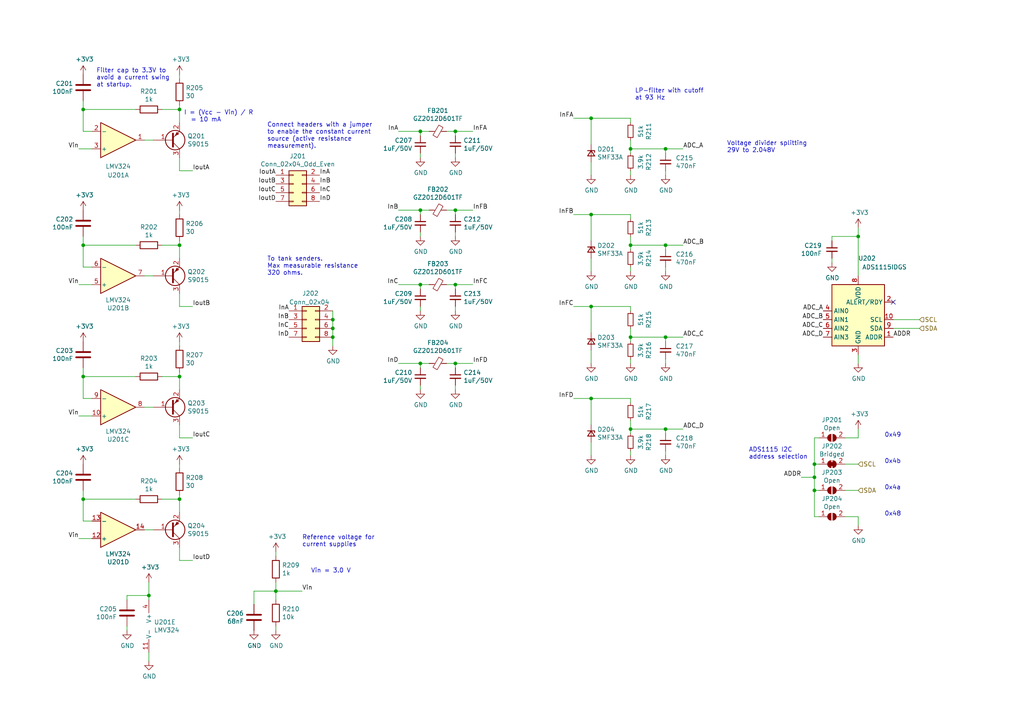
<source format=kicad_sch>
(kicad_sch (version 20211123) (generator eeschema)
  (paper "A4")
  (title_block (title "Engine Top Hat for SH-ESP32") (date "2022-02-03") (rev "1.0.0") (company "Hat Labs Ltd") (comment 1 "https://creativecommons.org/licenses/by/4.0") (comment 2 "To view a copy of this license, visit ") (comment 3 "This design is licensed under CC BY 4.0."))
  (lib_symbols
    (symbol "Amplifier_Operational:LMV324" (pin_names (offset 0.127))
      (property "Reference" "U" (at 0 5.08 0))
      (property "Value" "LMV324" (at 0 -5.08 0))
      (symbol "LMV324_1_1"
        (polyline (pts (xy -5.08 5.08) (xy 5.08 0) (xy -5.08 -5.08) (xy -5.08 5.08)) (stroke (width 0.254)) (fill (type background)))
        (pin output line (at 7.62 0 180) (length 2.54) (name "~") (number "1"))
        (pin input line (at -7.62 -2.54 0) (length 2.54) (name "-") (number "2"))
        (pin input line (at -7.62 2.54 0) (length 2.54) (name "+") (number "3"))
      )
      (symbol "LMV324_2_1"
        (polyline (pts (xy -5.08 5.08) (xy 5.08 0) (xy -5.08 -5.08) (xy -5.08 5.08)) (stroke (width 0.254)) (fill (type background)))
        (pin input line (at -7.62 2.54 0) (length 2.54) (name "+") (number "5"))
        (pin input line (at -7.62 -2.54 0) (length 2.54) (name "-") (number "6"))
        (pin output line (at 7.62 0 180) (length 2.54) (name "~") (number "7"))
      )
      (symbol "LMV324_3_1"
        (polyline (pts (xy -5.08 5.08) (xy 5.08 0) (xy -5.08 -5.08) (xy -5.08 5.08)) (stroke (width 0.254)) (fill (type background)))
        (pin input line (at -7.62 2.54 0) (length 2.54) (name "+") (number "10"))
        (pin output line (at 7.62 0 180) (length 2.54) (name "~") (number "8"))
        (pin input line (at -7.62 -2.54 0) (length 2.54) (name "-") (number "9"))
      )
      (symbol "LMV324_4_1"
        (polyline (pts (xy -5.08 5.08) (xy 5.08 0) (xy -5.08 -5.08) (xy -5.08 5.08)) (stroke (width 0.254)) (fill (type background)))
        (pin input line (at -7.62 2.54 0) (length 2.54) (name "+") (number "12"))
        (pin input line (at -7.62 -2.54 0) (length 2.54) (name "-") (number "13"))
        (pin output line (at 7.62 0 180) (length 2.54) (name "~") (number "14"))
      )
      (symbol "LMV324_5_1"
        (pin power_in line (at -2.54 -7.62 90) (length 3.81) (name "V-") (number "11"))
        (pin power_in line (at -2.54 7.62 270) (length 3.81) (name "V+") (number "4"))
      )
    )
    (symbol "Analog_ADC:ADS1115IDGS"
      (property "Reference" "U" (at 2.54 13.97 0))
      (property "Value" "ADS1115IDGS" (at 7.62 11.43 0))
      (symbol "ADS1115IDGS_0_1"
        (rectangle (start -7.62 10.16) (end 7.62 -7.62) (stroke (width 0.254)) (fill (type background)))
      )
      (symbol "ADS1115IDGS_1_1"
        (pin input line (at 10.16 -5.08 180) (length 2.54) (name "ADDR") (number "1"))
        (pin input line (at 10.16 0 180) (length 2.54) (name "SCL") (number "10"))
        (pin output line (at 10.16 5.08 180) (length 2.54) (name "ALERT/RDY") (number "2"))
        (pin power_in line (at 0 -10.16 90) (length 2.54) (name "GND") (number "3"))
        (pin input line (at -10.16 2.54 0) (length 2.54) (name "AIN0") (number "4"))
        (pin input line (at -10.16 0 0) (length 2.54) (name "AIN1") (number "5"))
        (pin input line (at -10.16 -2.54 0) (length 2.54) (name "AIN2") (number "6"))
        (pin input line (at -10.16 -5.08 0) (length 2.54) (name "AIN3") (number "7"))
        (pin power_in line (at 0 12.7 270) (length 2.54) (name "VDD") (number "8"))
        (pin bidirectional line (at 10.16 -2.54 180) (length 2.54) (name "SDA") (number "9"))
      )
    )
    (symbol "Connector_Generic:Conn_02x04_Odd_Even" (pin_names (offset 1.016) hide)
      (property "Reference" "J" (at 1.27 5.08 0))
      (property "Value" "Conn_02x04_Odd_Even" (at 1.27 -7.62 0))
      (symbol "Conn_02x04_Odd_Even_1_1"
        (rectangle (start -1.27 -4.953) (end 0 -5.207) (stroke (width 0.1524)))
        (rectangle (start -1.27 -2.413) (end 0 -2.667) (stroke (width 0.1524)))
        (rectangle (start -1.27 0.127) (end 0 -0.127) (stroke (width 0.1524)))
        (rectangle (start -1.27 2.667) (end 0 2.413) (stroke (width 0.1524)))
        (rectangle (start -1.27 3.81) (end 3.81 -6.35) (stroke (width 0.254)) (fill (type background)))
        (rectangle (start 3.81 -4.953) (end 2.54 -5.207) (stroke (width 0.1524)))
        (rectangle (start 3.81 -2.413) (end 2.54 -2.667) (stroke (width 0.1524)))
        (rectangle (start 3.81 0.127) (end 2.54 -0.127) (stroke (width 0.1524)))
        (rectangle (start 3.81 2.667) (end 2.54 2.413) (stroke (width 0.1524)))
        (pin passive line (at -5.08 2.54 0) (length 3.81) (name "Pin_1") (number "1"))
        (pin passive line (at 7.62 2.54 180) (length 3.81) (name "Pin_2") (number "2"))
        (pin passive line (at -5.08 0 0) (length 3.81) (name "Pin_3") (number "3"))
        (pin passive line (at 7.62 0 180) (length 3.81) (name "Pin_4") (number "4"))
        (pin passive line (at -5.08 -2.54 0) (length 3.81) (name "Pin_5") (number "5"))
        (pin passive line (at 7.62 -2.54 180) (length 3.81) (name "Pin_6") (number "6"))
        (pin passive line (at -5.08 -5.08 0) (length 3.81) (name "Pin_7") (number "7"))
        (pin passive line (at 7.62 -5.08 180) (length 3.81) (name "Pin_8") (number "8"))
      )
    )
    (symbol "Device:C" (pin_numbers hide) (pin_names (offset 0.254))
      (property "Reference" "C" (at 0.635 2.54 0))
      (property "Value" "C" (at 0.635 -2.54 0))
      (symbol "C_0_1"
        (polyline (pts (xy -2.032 -0.762) (xy 2.032 -0.762)) (stroke (width 0.508)))
        (polyline (pts (xy -2.032 0.762) (xy 2.032 0.762)) (stroke (width 0.508)))
      )
      (symbol "C_1_1"
        (pin passive line (at 0 3.81 270) (length 2.794) (name "~") (number "1"))
        (pin passive line (at 0 -3.81 90) (length 2.794) (name "~") (number "2"))
      )
    )
    (symbol "Device:C_Small" (pin_numbers hide) (pin_names (offset 0.254) hide)
      (property "Reference" "C" (at 0.254 1.778 0))
      (property "Value" "C_Small" (at 0.254 -2.032 0))
      (symbol "C_Small_0_1"
        (polyline (pts (xy -1.524 -0.508) (xy 1.524 -0.508)) (stroke (width 0.3302)))
        (polyline (pts (xy -1.524 0.508) (xy 1.524 0.508)) (stroke (width 0.3048)))
      )
      (symbol "C_Small_1_1"
        (pin passive line (at 0 2.54 270) (length 2.032) (name "~") (number "1"))
        (pin passive line (at 0 -2.54 90) (length 2.032) (name "~") (number "2"))
      )
    )
    (symbol "Device:D_Zener_Small" (pin_numbers hide) (pin_names (offset 0.254) hide)
      (property "Reference" "D" (at 0 2.286 0))
      (property "Value" "D_Zener_Small" (at 0 -2.286 0))
      (symbol "D_Zener_Small_0_1"
        (polyline (pts (xy 0.762 0) (xy -0.762 0)))
        (polyline (pts (xy -0.254 1.016) (xy -0.762 1.016) (xy -0.762 -1.016)) (stroke (width 0.254)))
        (polyline (pts (xy 0.762 1.016) (xy -0.762 0) (xy 0.762 -1.016) (xy 0.762 1.016)) (stroke (width 0.254)))
      )
      (symbol "D_Zener_Small_1_1"
        (pin passive line (at -2.54 0 0) (length 1.778) (name "K") (number "1"))
        (pin passive line (at 2.54 0 180) (length 1.778) (name "A") (number "2"))
      )
    )
    (symbol "Device:FerriteBead_Small" (pin_numbers hide) (pin_names (offset 0))
      (property "Reference" "FB" (at 1.905 1.27 0))
      (property "Value" "FerriteBead_Small" (at 1.905 -1.27 0))
      (symbol "FerriteBead_Small_0_1"
        (polyline (pts (xy 0 -1.27) (xy 0 -0.7874)))
        (polyline (pts (xy 0 0.889) (xy 0 1.2954)))
        (polyline (pts (xy -1.8288 0.2794) (xy -1.1176 1.4986) (xy 1.8288 -0.2032) (xy 1.1176 -1.4224) (xy -1.8288 0.2794)))
      )
      (symbol "FerriteBead_Small_1_1"
        (pin passive line (at 0 2.54 270) (length 1.27) (name "~") (number "1"))
        (pin passive line (at 0 -2.54 90) (length 1.27) (name "~") (number "2"))
      )
    )
    (symbol "Device:Q_PNP_BEC" (pin_names (offset 0) hide)
      (property "Reference" "Q" (at 5.08 1.27 0))
      (property "Value" "Q_PNP_BEC" (at 5.08 -1.27 0))
      (symbol "Q_PNP_BEC_0_1"
        (polyline (pts (xy 0.635 0.635) (xy 2.54 2.54)))
        (polyline (pts (xy 0.635 -0.635) (xy 2.54 -2.54) (xy 2.54 -2.54)))
        (polyline (pts (xy 0.635 1.905) (xy 0.635 -1.905) (xy 0.635 -1.905)) (stroke (width 0.508)))
        (polyline (pts (xy 2.286 -1.778) (xy 1.778 -2.286) (xy 1.27 -1.27) (xy 2.286 -1.778) (xy 2.286 -1.778)) (fill (type outline)))
        (circle (center 1.27 0) (radius 2.8194) (stroke (width 0.254)))
      )
      (symbol "Q_PNP_BEC_1_1"
        (pin input line (at -5.08 0 0) (length 5.715) (name "B") (number "1"))
        (pin passive line (at 2.54 -5.08 90) (length 2.54) (name "E") (number "2"))
        (pin passive line (at 2.54 5.08 270) (length 2.54) (name "C") (number "3"))
      )
    )
    (symbol "Device:R" (pin_numbers hide) (pin_names (offset 0))
      (property "Reference" "R" (at 2.032 0 90))
      (property "Value" "R" (at 0 0 90))
      (symbol "R_0_1"
        (rectangle (start -1.016 -2.54) (end 1.016 2.54) (stroke (width 0.254)))
      )
      (symbol "R_1_1"
        (pin passive line (at 0 3.81 270) (length 1.27) (name "~") (number "1"))
        (pin passive line (at 0 -3.81 90) (length 1.27) (name "~") (number "2"))
      )
    )
    (symbol "Device:R_Small" (pin_numbers hide) (pin_names (offset 0.254) hide)
      (property "Reference" "R" (at 0.762 0.508 0))
      (property "Value" "R_Small" (at 0.762 -1.016 0))
      (symbol "R_Small_0_1"
        (rectangle (start -0.762 1.778) (end 0.762 -1.778) (stroke (width 0.2032)))
      )
      (symbol "R_Small_1_1"
        (pin passive line (at 0 2.54 270) (length 0.762) (name "~") (number "1"))
        (pin passive line (at 0 -2.54 90) (length 0.762) (name "~") (number "2"))
      )
    )
    (symbol "Jumper:SolderJumper_2_Bridged" (pin_names (offset 0) hide)
      (property "Reference" "JP" (at 0 2.032 0))
      (property "Value" "SolderJumper_2_Bridged" (at 0 -2.54 0))
      (symbol "SolderJumper_2_Bridged_0_1"
        (rectangle (start -0.508 0.508) (end 0.508 -0.508) (fill (type outline)))
        (arc (start -0.254 1.016) (mid -1.27 0) (end -0.254 -1.016))
        (arc (start -0.254 1.016) (mid -1.27 0) (end -0.254 -1.016) (fill (type outline)))
        (polyline (pts (xy -0.254 1.016) (xy -0.254 -1.016)))
        (polyline (pts (xy 0.254 1.016) (xy 0.254 -1.016)))
        (arc (start 0.254 -1.016) (mid 1.27 0) (end 0.254 1.016))
        (arc (start 0.254 -1.016) (mid 1.27 0) (end 0.254 1.016) (fill (type outline)))
      )
      (symbol "SolderJumper_2_Bridged_1_1"
        (pin passive line (at -3.81 0 0) (length 2.54) (name "A") (number "1"))
        (pin passive line (at 3.81 0 180) (length 2.54) (name "B") (number "2"))
      )
    )
    (symbol "Jumper:SolderJumper_2_Open" (pin_names (offset 0) hide)
      (property "Reference" "JP" (at 0 2.032 0))
      (property "Value" "SolderJumper_2_Open" (at 0 -2.54 0))
      (symbol "SolderJumper_2_Open_0_1"
        (arc (start -0.254 1.016) (mid -1.27 0) (end -0.254 -1.016))
        (arc (start -0.254 1.016) (mid -1.27 0) (end -0.254 -1.016) (fill (type outline)))
        (polyline (pts (xy -0.254 1.016) (xy -0.254 -1.016)))
        (polyline (pts (xy 0.254 1.016) (xy 0.254 -1.016)))
        (arc (start 0.254 -1.016) (mid 1.27 0) (end 0.254 1.016))
        (arc (start 0.254 -1.016) (mid 1.27 0) (end 0.254 1.016) (fill (type outline)))
      )
      (symbol "SolderJumper_2_Open_1_1"
        (pin passive line (at -3.81 0 0) (length 2.54) (name "A") (number "1"))
        (pin passive line (at 3.81 0 180) (length 2.54) (name "B") (number "2"))
      )
    )
    (symbol "power:+3V3" (power) (pin_names (offset 0))
      (property "Value" "+3V3" (at 0 3.556 0))
      (symbol "+3V3_0_1"
        (polyline (pts (xy -0.762 1.27) (xy 0 2.54)))
        (polyline (pts (xy 0 0) (xy 0 2.54)))
        (polyline (pts (xy 0 2.54) (xy 0.762 1.27)))
      )
      (symbol "+3V3_1_1"
        (pin power_in line (at 0 0 90) (length 0) hide (name "+3V3") (number "1"))
      )
    )
    (symbol "power:GND" (power) (pin_names (offset 0))
      (property "Value" "GND" (at 0 -3.81 0))
      (symbol "GND_0_1"
        (polyline (pts (xy 0 0) (xy 0 -1.27) (xy 1.27 -1.27) (xy 0 -2.54) (xy -1.27 -1.27) (xy 0 -1.27)))
      )
      (symbol "GND_1_1"
        (pin power_in line (at 0 0 270) (length 0) hide (name "GND") (number "1"))
      )
    )
  )
  (junction (at 121.92 105.41))
  (junction (at 182.88 124.46))
  (junction (at 236.22 142.24))
  (junction (at 182.88 43.18))
  (junction (at 248.92 68.58))
  (junction (at 52.07 31.75))
  (junction (at 80.01 171.45))
  (junction (at 132.08 38.1))
  (junction (at 193.04 124.46))
  (junction (at 43.18 172.72))
  (junction (at 52.07 71.12))
  (junction (at 132.08 105.41))
  (junction (at 121.92 38.1))
  (junction (at 52.07 109.22))
  (junction (at 132.08 82.55))
  (junction (at 171.45 88.9))
  (junction (at 24.13 109.22))
  (junction (at 182.88 97.79))
  (junction (at 182.88 71.12))
  (junction (at 171.45 115.57))
  (junction (at 52.07 144.78))
  (junction (at 121.92 60.96))
  (junction (at 193.04 97.79))
  (junction (at 171.45 34.29))
  (junction (at 96.52 95.25))
  (junction (at 132.08 60.96))
  (junction (at 24.13 144.78))
  (junction (at 236.22 134.62))
  (junction (at 171.45 62.23))
  (junction (at 24.13 71.12))
  (junction (at 96.52 92.71))
  (junction (at 193.04 43.18))
  (junction (at 96.52 97.79))
  (junction (at 236.22 138.43))
  (junction (at 24.13 31.75))
  (junction (at 121.92 82.55))
  (junction (at 193.04 71.12))
  (no_connect (at 259.08 87.63))
  (wire (pts (xy 171.45 105.41) (xy 171.45 101.6)))
  (wire (pts (xy 121.92 62.23) (xy 121.92 60.96)))
  (wire (pts (xy 182.88 43.18) (xy 182.88 44.45)))
  (wire (pts (xy 259.08 95.25) (xy 266.7 95.25)))
  (wire (pts (xy 24.13 31.75) (xy 24.13 29.21)))
  (wire (pts (xy 132.08 60.96) (xy 137.16 60.96)))
  (wire (pts (xy 237.49 134.62) (xy 236.22 134.62)))
  (wire (pts (xy 115.57 60.96) (xy 121.92 60.96)))
  (wire (pts (xy 52.07 144.78) (xy 52.07 143.51)))
  (wire (pts (xy 39.37 31.75) (xy 24.13 31.75)))
  (wire (pts (xy 52.07 35.56) (xy 52.07 31.75)))
  (wire (pts (xy 115.57 38.1) (xy 121.92 38.1)))
  (wire (pts (xy 193.04 50.8) (xy 193.04 49.53)))
  (wire (pts (xy 171.45 50.8) (xy 171.45 46.99)))
  (wire (pts (xy 52.07 109.22) (xy 46.99 109.22)))
  (wire (pts (xy 132.08 83.82) (xy 132.08 82.55)))
  (wire (pts (xy 171.45 34.29) (xy 182.88 34.29)))
  (wire (pts (xy 52.07 71.12) (xy 52.07 69.85)))
  (wire (pts (xy 198.12 97.79) (xy 193.04 97.79)))
  (wire (pts (xy 24.13 71.12) (xy 24.13 77.47)))
  (wire (pts (xy 132.08 62.23) (xy 132.08 60.96)))
  (wire (pts (xy 43.18 173.99) (xy 43.18 172.72)))
  (wire (pts (xy 171.45 132.08) (xy 171.45 128.27)))
  (wire (pts (xy 237.49 149.86) (xy 236.22 149.86)))
  (wire (pts (xy 22.86 156.21) (xy 26.67 156.21)))
  (wire (pts (xy 193.04 78.74) (xy 193.04 77.47)))
  (wire (pts (xy 236.22 127) (xy 236.22 134.62)))
  (wire (pts (xy 132.08 105.41) (xy 137.16 105.41)))
  (wire (pts (xy 52.07 113.03) (xy 52.07 109.22)))
  (wire (pts (xy 193.04 105.41) (xy 193.04 104.14)))
  (wire (pts (xy 129.54 105.41) (xy 132.08 105.41)))
  (wire (pts (xy 80.01 160.02) (xy 80.01 161.29)))
  (wire (pts (xy 41.91 153.67) (xy 44.45 153.67)))
  (wire (pts (xy 193.04 125.73) (xy 193.04 124.46)))
  (wire (pts (xy 121.92 83.82) (xy 121.92 82.55)))
  (wire (pts (xy 198.12 71.12) (xy 193.04 71.12)))
  (wire (pts (xy 96.52 97.79) (xy 96.52 95.25)))
  (wire (pts (xy 41.91 80.01) (xy 44.45 80.01)))
  (wire (pts (xy 171.45 41.91) (xy 171.45 34.29)))
  (wire (pts (xy 248.92 105.41) (xy 248.92 102.87)))
  (wire (pts (xy 80.01 171.45) (xy 87.63 171.45)))
  (wire (pts (xy 166.37 115.57) (xy 171.45 115.57)))
  (wire (pts (xy 132.08 113.03) (xy 132.08 111.76)))
  (wire (pts (xy 166.37 62.23) (xy 171.45 62.23)))
  (wire (pts (xy 121.92 90.17) (xy 121.92 88.9)))
  (wire (pts (xy 121.92 106.68) (xy 121.92 105.41)))
  (wire (pts (xy 182.88 34.29) (xy 182.88 35.56)))
  (wire (pts (xy 121.92 38.1) (xy 124.46 38.1)))
  (wire (pts (xy 129.54 60.96) (xy 132.08 60.96)))
  (wire (pts (xy 236.22 142.24) (xy 236.22 149.86)))
  (wire (pts (xy 115.57 82.55) (xy 121.92 82.55)))
  (wire (pts (xy 248.92 142.24) (xy 245.11 142.24)))
  (wire (pts (xy 193.04 72.39) (xy 193.04 71.12)))
  (wire (pts (xy 36.83 173.99) (xy 36.83 172.72)))
  (wire (pts (xy 121.92 82.55) (xy 124.46 82.55)))
  (wire (pts (xy 39.37 71.12) (xy 24.13 71.12)))
  (wire (pts (xy 24.13 109.22) (xy 24.13 115.57)))
  (wire (pts (xy 182.88 121.92) (xy 182.88 124.46)))
  (wire (pts (xy 248.92 80.01) (xy 248.92 68.58)))
  (wire (pts (xy 52.07 74.93) (xy 52.07 71.12)))
  (wire (pts (xy 132.08 82.55) (xy 137.16 82.55)))
  (wire (pts (xy 36.83 182.88) (xy 36.83 181.61)))
  (wire (pts (xy 245.11 127) (xy 248.92 127)))
  (wire (pts (xy 182.88 88.9) (xy 182.88 90.17)))
  (wire (pts (xy 52.07 49.53) (xy 52.07 45.72)))
  (wire (pts (xy 52.07 144.78) (xy 46.99 144.78)))
  (wire (pts (xy 182.88 124.46) (xy 182.88 125.73)))
  (wire (pts (xy 166.37 34.29) (xy 171.45 34.29)))
  (wire (pts (xy 24.13 144.78) (xy 24.13 151.13)))
  (wire (pts (xy 115.57 105.41) (xy 121.92 105.41)))
  (wire (pts (xy 24.13 38.1) (xy 26.67 38.1)))
  (wire (pts (xy 55.88 49.53) (xy 52.07 49.53)))
  (wire (pts (xy 193.04 132.08) (xy 193.04 130.81)))
  (wire (pts (xy 182.88 50.8) (xy 182.88 49.53)))
  (wire (pts (xy 132.08 45.72) (xy 132.08 44.45)))
  (wire (pts (xy 171.45 88.9) (xy 182.88 88.9)))
  (wire (pts (xy 43.18 172.72) (xy 43.18 168.91)))
  (wire (pts (xy 198.12 43.18) (xy 193.04 43.18)))
  (wire (pts (xy 52.07 62.23) (xy 52.07 60.96)))
  (wire (pts (xy 171.45 115.57) (xy 182.88 115.57)))
  (wire (pts (xy 55.88 88.9) (xy 52.07 88.9)))
  (wire (pts (xy 41.91 40.64) (xy 44.45 40.64)))
  (wire (pts (xy 182.88 62.23) (xy 182.88 63.5)))
  (wire (pts (xy 182.88 43.18) (xy 193.04 43.18)))
  (wire (pts (xy 182.88 97.79) (xy 182.88 99.06)))
  (wire (pts (xy 22.86 82.55) (xy 26.67 82.55)))
  (wire (pts (xy 73.66 175.26) (xy 73.66 171.45)))
  (wire (pts (xy 24.13 71.12) (xy 24.13 68.58)))
  (wire (pts (xy 24.13 31.75) (xy 24.13 38.1)))
  (wire (pts (xy 182.88 71.12) (xy 182.88 72.39)))
  (wire (pts (xy 132.08 39.37) (xy 132.08 38.1)))
  (wire (pts (xy 248.92 127) (xy 248.92 124.46)))
  (wire (pts (xy 132.08 38.1) (xy 137.16 38.1)))
  (wire (pts (xy 121.92 39.37) (xy 121.92 38.1)))
  (wire (pts (xy 245.11 134.62) (xy 248.92 134.62)))
  (wire (pts (xy 182.88 68.58) (xy 182.88 71.12)))
  (wire (pts (xy 248.92 152.4) (xy 248.92 149.86)))
  (wire (pts (xy 121.92 60.96) (xy 124.46 60.96)))
  (wire (pts (xy 132.08 68.58) (xy 132.08 67.31)))
  (wire (pts (xy 182.88 71.12) (xy 193.04 71.12)))
  (wire (pts (xy 96.52 100.33) (xy 96.52 97.79)))
  (wire (pts (xy 193.04 99.06) (xy 193.04 97.79)))
  (wire (pts (xy 171.45 123.19) (xy 171.45 115.57)))
  (wire (pts (xy 182.88 115.57) (xy 182.88 116.84)))
  (wire (pts (xy 52.07 31.75) (xy 46.99 31.75)))
  (wire (pts (xy 121.92 105.41) (xy 124.46 105.41)))
  (wire (pts (xy 24.13 109.22) (xy 24.13 106.68)))
  (wire (pts (xy 52.07 88.9) (xy 52.07 85.09)))
  (wire (pts (xy 241.3 76.2) (xy 241.3 74.93)))
  (wire (pts (xy 24.13 115.57) (xy 26.67 115.57)))
  (wire (pts (xy 237.49 142.24) (xy 236.22 142.24)))
  (wire (pts (xy 248.92 149.86) (xy 245.11 149.86)))
  (wire (pts (xy 166.37 88.9) (xy 171.45 88.9)))
  (wire (pts (xy 24.13 151.13) (xy 26.67 151.13)))
  (wire (pts (xy 248.92 68.58) (xy 248.92 66.04)))
  (wire (pts (xy 52.07 162.56) (xy 52.07 158.75)))
  (wire (pts (xy 171.45 96.52) (xy 171.45 88.9)))
  (wire (pts (xy 96.52 92.71) (xy 96.52 90.17)))
  (wire (pts (xy 182.88 78.74) (xy 182.88 77.47)))
  (wire (pts (xy 22.86 43.18) (xy 26.67 43.18)))
  (wire (pts (xy 52.07 31.75) (xy 52.07 30.48)))
  (wire (pts (xy 73.66 171.45) (xy 80.01 171.45)))
  (wire (pts (xy 182.88 97.79) (xy 193.04 97.79)))
  (wire (pts (xy 55.88 162.56) (xy 52.07 162.56)))
  (wire (pts (xy 182.88 40.64) (xy 182.88 43.18)))
  (wire (pts (xy 24.13 77.47) (xy 26.67 77.47)))
  (wire (pts (xy 236.22 138.43) (xy 236.22 142.24)))
  (wire (pts (xy 43.18 191.77) (xy 43.18 189.23)))
  (wire (pts (xy 171.45 62.23) (xy 182.88 62.23)))
  (wire (pts (xy 198.12 124.46) (xy 193.04 124.46)))
  (wire (pts (xy 129.54 82.55) (xy 132.08 82.55)))
  (wire (pts (xy 182.88 95.25) (xy 182.88 97.79)))
  (wire (pts (xy 193.04 44.45) (xy 193.04 43.18)))
  (wire (pts (xy 80.01 171.45) (xy 80.01 173.99)))
  (wire (pts (xy 132.08 90.17) (xy 132.08 88.9)))
  (wire (pts (xy 52.07 71.12) (xy 46.99 71.12)))
  (wire (pts (xy 121.92 68.58) (xy 121.92 67.31)))
  (wire (pts (xy 237.49 127) (xy 236.22 127)))
  (wire (pts (xy 232.41 138.43) (xy 236.22 138.43)))
  (wire (pts (xy 22.86 120.65) (xy 26.67 120.65)))
  (wire (pts (xy 182.88 132.08) (xy 182.88 130.81)))
  (wire (pts (xy 52.07 100.33) (xy 52.07 99.06)))
  (wire (pts (xy 36.83 172.72) (xy 43.18 172.72)))
  (wire (pts (xy 41.91 118.11) (xy 44.45 118.11)))
  (wire (pts (xy 24.13 144.78) (xy 24.13 142.24)))
  (wire (pts (xy 121.92 45.72) (xy 121.92 44.45)))
  (wire (pts (xy 52.07 148.59) (xy 52.07 144.78)))
  (wire (pts (xy 39.37 109.22) (xy 24.13 109.22)))
  (wire (pts (xy 52.07 22.86) (xy 52.07 21.59)))
  (wire (pts (xy 39.37 144.78) (xy 24.13 144.78)))
  (wire (pts (xy 80.01 168.91) (xy 80.01 171.45)))
  (wire (pts (xy 171.45 78.74) (xy 171.45 74.93)))
  (wire (pts (xy 129.54 38.1) (xy 132.08 38.1)))
  (wire (pts (xy 236.22 134.62) (xy 236.22 138.43)))
  (wire (pts (xy 171.45 69.85) (xy 171.45 62.23)))
  (wire (pts (xy 96.52 95.25) (xy 96.52 92.71)))
  (wire (pts (xy 182.88 124.46) (xy 193.04 124.46)))
  (wire (pts (xy 132.08 106.68) (xy 132.08 105.41)))
  (wire (pts (xy 52.07 127) (xy 52.07 123.19)))
  (wire (pts (xy 52.07 109.22) (xy 52.07 107.95)))
  (wire (pts (xy 259.08 92.71) (xy 266.7 92.71)))
  (wire (pts (xy 52.07 135.89) (xy 52.07 134.62)))
  (wire (pts (xy 55.88 127) (xy 52.07 127)))
  (wire (pts (xy 241.3 68.58) (xy 248.92 68.58)))
  (wire (pts (xy 80.01 182.88) (xy 80.01 181.61)))
  (wire (pts (xy 241.3 69.85) (xy 241.3 68.58)))
  (wire (pts (xy 121.92 113.03) (xy 121.92 111.76)))
  (wire (pts (xy 182.88 105.41) (xy 182.88 104.14)))
  (text "Vin = 3.0 V" (at 90.17 166.37 0) (effects (font (size 1.27 1.27)) (justify left bottom)))
  (text "ADS1115 I2C\naddress selection" (at 217.17 133.35 0) (effects (font (size 1.27 1.27)) (justify left bottom)))
  (text "0x49" (at 256.54 127 0) (effects (font (size 1.27 1.27)) (justify left bottom)))
  (text "I = (Vcc - Vin) / R\n  = 10 mA" (at 53.34 35.56 0) (effects (font (size 1.27 1.27)) (justify left bottom)))
  (text "Voltage divider splitting\n29V to 2.048V" (at 210.82 44.45 0) (effects (font (size 1.27 1.27)) (justify left bottom)))
  (text "0x48" (at 256.54 149.86 0) (effects (font (size 1.27 1.27)) (justify left bottom)))
  (text "To tank senders.\nMax measurable resistance\n320 ohms." (at 77.47 80.01 0) (effects (font (size 1.27 1.27)) (justify left bottom)))
  (text "0x4a" (at 256.54 142.24 0) (effects (font (size 1.27 1.27)) (justify left bottom)))
  (text "Reference voltage for\ncurrent supplies" (at 87.63 158.75 0) (effects (font (size 1.27 1.27)) (justify left bottom)))
  (text "0x4b" (at 256.54 134.62 0) (effects (font (size 1.27 1.27)) (justify left bottom)))
  (text "LP-filter with cutoff\nat 93 Hz" (at 184.15 29.21 0) (effects (font (size 1.27 1.27)) (justify left bottom)))
  (text "Connect headers with a jumper\nto enable the constant current\nsource (active resistance\nmeasurement)." (at 77.47 43.18 0) (effects (font (size 1.27 1.27)) (justify left bottom)))
  (text "Filter cap to 3.3V to \navoid a current swing\nat startup." (at 27.94 25.4 0) (effects (font (size 1.27 1.27)) (justify left bottom)))
  (label "IoutB" (at 55.88 88.9 0))
  (label "InFC" (at 166.37 88.9 180))
  (label "Vin" (at 87.63 171.45 0))
  (label "InFA" (at 137.16 38.1 0))
  (label "ADDR" (at 259.08 97.79 0))
  (label "IoutD" (at 55.88 162.56 0))
  (label "ADC_D" (at 238.76 97.79 180))
  (label "IoutC" (at 80.01 55.88 180))
  (label "ADC_A" (at 198.12 43.18 0))
  (label "ADC_D" (at 198.12 124.46 0))
  (label "InFB" (at 166.37 62.23 180))
  (label "InD" (at 115.57 105.41 180))
  (label "InB" (at 83.82 92.71 180))
  (label "InA" (at 83.82 90.17 180))
  (label "IoutC" (at 55.88 127 0))
  (label "InFD" (at 137.16 105.41 0))
  (label "ADC_B" (at 238.76 92.71 180))
  (label "InA" (at 92.71 50.8 0))
  (label "ADC_B" (at 198.12 71.12 0))
  (label "InD" (at 83.82 97.79 180))
  (label "Vin" (at 22.86 120.65 180))
  (label "IoutB" (at 80.01 53.34 180))
  (label "InC" (at 115.57 82.55 180))
  (label "InB" (at 115.57 60.96 180))
  (label "IoutA" (at 80.01 50.8 180))
  (label "ADDR" (at 232.41 138.43 180))
  (label "InA" (at 115.57 38.1 180))
  (label "InFA" (at 166.37 34.29 180))
  (label "InC" (at 83.82 95.25 180))
  (label "ADC_C" (at 198.12 97.79 0))
  (label "Vin" (at 22.86 43.18 180))
  (label "InFB" (at 137.16 60.96 0))
  (label "InB" (at 92.71 53.34 0))
  (label "Vin" (at 22.86 82.55 180))
  (label "InD" (at 92.71 58.42 0))
  (label "InFD" (at 166.37 115.57 180))
  (label "ADC_A" (at 238.76 90.17 180))
  (label "InFC" (at 137.16 82.55 0))
  (label "IoutA" (at 55.88 49.53 0))
  (label "ADC_C" (at 238.76 95.25 180))
  (label "Vin" (at 22.86 156.21 180))
  (label "IoutD" (at 80.01 58.42 180))
  (label "InC" (at 92.71 55.88 0))
  (hierarchical_label "SDA" (shape input) (at 266.7 95.25 0))
  (hierarchical_label "SCL" (shape input) (at 266.7 92.71 0))
  (hierarchical_label "SDA" (shape input) (at 248.92 142.24 0))
  (hierarchical_label "SCL" (shape input) (at 248.92 134.62 0))
  (symbol (lib_id "Amplifier_Operational:LMV324") (at 34.29 40.64 0) (mirror x) (unit 1)
    (property "Reference" "U201" (at 34.29 50.8 0))
    (property "Value" "LMV324" (at 34.29 48.26 0))
    (property "Footprint" "Package_SO:SOIC-14_3.9x8.7mm_P1.27mm" (effects hide))
    (property "Datasheet" "http://www.ti.com/lit/ds/symlink/lmv324.pdf" (effects hide))
    (property "LCSC" "C362275" (effects hide))
  )
  (symbol (lib_id "Amplifier_Operational:LMV324") (at 34.29 80.01 0) (mirror x) (unit 2)
    (property "Reference" "U201" (at 34.29 89.3318 0))
    (property "Value" "LMV324" (at 34.29 87.0204 0))
    (property "Footprint" "Package_SO:SOIC-14_3.9x8.7mm_P1.27mm" (effects hide))
    (property "Datasheet" "http://www.ti.com/lit/ds/symlink/lmv324.pdf" (effects hide))
    (property "LCSC" "C362275" (effects hide))
  )
  (symbol (lib_id "Amplifier_Operational:LMV324") (at 34.29 118.11 0) (mirror x) (unit 3)
    (property "Reference" "U201" (at 34.29 127.4318 0))
    (property "Value" "LMV324" (at 34.29 125.1204 0))
    (property "Footprint" "Package_SO:SOIC-14_3.9x8.7mm_P1.27mm" (effects hide))
    (property "Datasheet" "http://www.ti.com/lit/ds/symlink/lmv324.pdf" (effects hide))
    (property "LCSC" "C362275" (effects hide))
  )
  (symbol (lib_id "Amplifier_Operational:LMV324") (at 34.29 153.67 0) (mirror x) (unit 4)
    (property "Reference" "U201" (at 34.29 162.9918 0))
    (property "Value" "LMV324" (at 34.29 160.6804 0))
    (property "Footprint" "Package_SO:SOIC-14_3.9x8.7mm_P1.27mm" (effects hide))
    (property "Datasheet" "http://www.ti.com/lit/ds/symlink/lmv324.pdf" (effects hide))
    (property "LCSC" "C362275" (effects hide))
  )
  (symbol (lib_id "Amplifier_Operational:LMV324") (at 45.72 181.61 0) (unit 5)
    (property "Reference" "U201" (at 44.6532 180.4416 0) (effects (justify left)))
    (property "Value" "LMV324" (at 44.6532 182.753 0) (effects (justify left)))
    (property "Footprint" "Package_SO:SOIC-14_3.9x8.7mm_P1.27mm" (effects hide))
    (property "Datasheet" "http://www.ti.com/lit/ds/symlink/lmv324.pdf" (effects hide))
    (property "LCSC" "C362275" (effects hide))
  )
  (symbol (lib_id "Device:Q_PNP_BEC") (at 49.53 40.64 0) (mirror x) (unit 1)
    (property "Reference" "Q201" (at 54.356 39.4716 0) (effects (justify left)))
    (property "Value" "S9015" (at 54.356 41.783 0) (effects (justify left)))
    (property "Footprint" "Package_TO_SOT_SMD:SOT-323_SC-70" (effects hide))
    (property "LCSC" "C106811" (effects hide))
  )
  (symbol (lib_id "Device:R") (at 52.07 26.67 0) (unit 1)
    (property "Reference" "R205" (at 53.848 25.5016 0) (effects (justify left)))
    (property "Value" "30" (at 53.848 27.813 0) (effects (justify left)))
    (property "Footprint" "Resistor_SMD:R_0603_1608Metric" (effects hide))
    (property "LCSC" "C22985" (effects hide))
  )
  (symbol (lib_id "Device:R") (at 80.01 165.1 0) (unit 1)
    (property "Reference" "R209" (at 81.788 163.9316 0) (effects (justify left)))
    (property "Value" "1k" (at 81.788 166.243 0) (effects (justify left)))
    (property "Footprint" "Resistor_SMD:R_0402_1005Metric" (effects hide))
    (property "LCSC" "C11702" (effects hide))
  )
  (symbol (lib_id "Device:R") (at 80.01 177.8 0) (unit 1)
    (property "Reference" "R210" (at 81.788 176.6316 0) (effects (justify left)))
    (property "Value" "10k" (at 81.788 178.943 0) (effects (justify left)))
    (property "Footprint" "Resistor_SMD:R_0402_1005Metric" (effects hide))
    (property "LCSC" "C25744" (effects hide))
  )
  (symbol (lib_id "power:GND") (at 80.01 182.88 0) (unit 1)
    (property "Reference" "#PWR0214" (effects hide))
    (property "Value" "GND" (at 80.137 187.2742 0))
  )
  (symbol (lib_id "power:+3V3") (at 80.01 160.02 0) (unit 1)
    (property "Reference" "#PWR0213" (effects hide))
    (property "Value" "+3V3" (at 80.391 155.6258 0))
  )
  (symbol (lib_id "power:+3V3") (at 43.18 168.91 0) (unit 1)
    (property "Reference" "#PWR0206" (effects hide))
    (property "Value" "+3V3" (at 43.561 164.5158 0))
  )
  (symbol (lib_id "power:GND") (at 43.18 191.77 0) (unit 1)
    (property "Reference" "#PWR0207" (effects hide))
    (property "Value" "GND" (at 43.307 196.1642 0))
  )
  (symbol (lib_id "Device:C") (at 36.83 177.8 0) (mirror y) (unit 1)
    (property "Reference" "C205" (at 33.909 176.6316 0) (effects (justify left)))
    (property "Value" "100nF" (at 33.909 178.943 0) (effects (justify left)))
    (property "Footprint" "Capacitor_SMD:C_0402_1005Metric" (effects hide))
    (property "LCSC" "C1525" (effects hide))
  )
  (symbol (lib_id "power:GND") (at 36.83 182.88 0) (unit 1)
    (property "Reference" "#PWR0205" (effects hide))
    (property "Value" "GND" (at 36.957 187.2742 0))
  )
  (symbol (lib_id "power:+3V3") (at 52.07 21.59 0) (unit 1)
    (property "Reference" "#PWR0208" (effects hide))
    (property "Value" "+3V3" (at 52.451 17.1958 0))
  )
  (symbol (lib_id "Connector_Generic:Conn_02x04_Odd_Even") (at 88.9 92.71 0) (unit 1)
    (property "Reference" "J202" (at 87.63 85.09 0) (effects (justify left)))
    (property "Value" "Conn_02x04" (at 83.82 87.63 0) (effects (justify left)))
    (property "Footprint" "Connector_PinHeader_2.54mm:PinHeader_2x04_P2.54mm_Horizontal" (effects hide))
    (property "LCSC" "C358706" (effects hide))
  )
  (symbol (lib_id "Device:C") (at 73.66 179.07 0) (mirror y) (unit 1)
    (property "Reference" "C206" (at 70.739 177.9016 0) (effects (justify left)))
    (property "Value" "68nF" (at 70.739 180.213 0) (effects (justify left)))
    (property "Footprint" "Capacitor_SMD:C_0603_1608Metric" (effects hide))
    (property "LCSC" "C31658" (effects hide))
  )
  (symbol (lib_id "power:GND") (at 73.66 182.88 0) (unit 1)
    (property "Reference" "#PWR0212" (effects hide))
    (property "Value" "GND" (at 73.787 187.2742 0))
  )
  (symbol (lib_id "Device:R_Small") (at 182.88 38.1 180) (unit 1)
    (property "Reference" "R211" (at 188.1378 38.1 90))
    (property "Value" "51k" (at 185.8264 38.1 90))
    (property "Footprint" "Resistor_SMD:R_0402_1005Metric" (effects hide))
    (property "LCSC" "C25794" (effects hide))
  )
  (symbol (lib_id "Device:C_Small") (at 193.04 46.99 0) (unit 1)
    (property "Reference" "C215" (at 195.961 45.8216 0) (effects (justify left)))
    (property "Value" "470nF" (at 195.961 48.133 0) (effects (justify left)))
    (property "Footprint" "Capacitor_SMD:C_0402_1005Metric" (effects hide))
    (property "LCSC" "C47339" (effects hide))
  )
  (symbol (lib_id "power:GND") (at 193.04 50.8 0) (unit 1)
    (property "Reference" "#PWR0232" (effects hide))
    (property "Value" "GND" (at 193.167 55.1942 0))
  )
  (symbol (lib_id "Device:C") (at 24.13 25.4 0) (mirror x) (unit 1)
    (property "Reference" "C201" (at 21.2344 24.2316 0) (effects (justify right)))
    (property "Value" "100nF" (at 21.2344 26.543 0) (effects (justify right)))
    (property "Footprint" "Capacitor_SMD:C_0402_1005Metric" (effects hide))
    (property "LCSC" "C1525" (effects hide))
  )
  (symbol (lib_id "Device:R") (at 43.18 31.75 270) (unit 1)
    (property "Reference" "R201" (at 43.18 26.4922 90))
    (property "Value" "1k" (at 43.18 28.8036 90))
    (property "Footprint" "Resistor_SMD:R_0402_1005Metric" (effects hide))
    (property "LCSC" "C11702" (effects hide))
  )
  (symbol (lib_id "power:+3V3") (at 24.13 21.59 0) (unit 1)
    (property "Reference" "#PWR0201" (effects hide))
    (property "Value" "+3V3" (at 24.511 17.1958 0))
  )
  (symbol (lib_id "Device:Q_PNP_BEC") (at 49.53 80.01 0) (mirror x) (unit 1)
    (property "Reference" "Q202" (at 54.356 78.8416 0) (effects (justify left)))
    (property "Value" "S9015" (at 54.356 81.153 0) (effects (justify left)))
    (property "Footprint" "Package_TO_SOT_SMD:SOT-323_SC-70" (effects hide))
    (property "LCSC" "C106811" (effects hide))
  )
  (symbol (lib_id "Device:R") (at 52.07 66.04 0) (unit 1)
    (property "Reference" "R206" (at 53.848 64.8716 0) (effects (justify left)))
    (property "Value" "30" (at 53.848 67.183 0) (effects (justify left)))
    (property "Footprint" "Resistor_SMD:R_0603_1608Metric" (effects hide))
    (property "LCSC" "C22985" (effects hide))
  )
  (symbol (lib_id "power:+3V3") (at 52.07 60.96 0) (unit 1)
    (property "Reference" "#PWR0209" (effects hide))
    (property "Value" "+3V3" (at 52.451 56.5658 0))
  )
  (symbol (lib_id "Device:C") (at 24.13 64.77 0) (mirror x) (unit 1)
    (property "Reference" "C202" (at 21.2344 63.6016 0) (effects (justify right)))
    (property "Value" "100nF" (at 21.2344 65.913 0) (effects (justify right)))
    (property "Footprint" "Capacitor_SMD:C_0402_1005Metric" (effects hide))
    (property "LCSC" "C1525" (effects hide))
  )
  (symbol (lib_id "Device:R") (at 43.18 71.12 270) (unit 1)
    (property "Reference" "R202" (at 43.18 65.8622 90))
    (property "Value" "1k" (at 43.18 68.1736 90))
    (property "Footprint" "Resistor_SMD:R_0402_1005Metric" (effects hide))
    (property "LCSC" "C11702" (effects hide))
  )
  (symbol (lib_id "power:+3V3") (at 24.13 60.96 0) (unit 1)
    (property "Reference" "#PWR0202" (effects hide))
    (property "Value" "+3V3" (at 24.511 56.5658 0))
  )
  (symbol (lib_id "Device:R_Small") (at 182.88 46.99 180) (unit 1)
    (property "Reference" "R212" (at 188.1378 46.99 90))
    (property "Value" "3.9k" (at 185.8264 46.99 90))
    (property "Footprint" "Resistor_SMD:R_0402_1005Metric" (effects hide))
    (property "LCSC" "C51721" (effects hide))
  )
  (symbol (lib_id "power:GND") (at 182.88 50.8 0) (unit 1)
    (property "Reference" "#PWR0228" (effects hide))
    (property "Value" "GND" (at 183.007 55.1942 0))
  )
  (symbol (lib_id "Device:C_Small") (at 121.92 41.91 0) (mirror y) (unit 1)
    (property "Reference" "C207" (at 119.5832 40.7416 0) (effects (justify left)))
    (property "Value" "1uF/50V" (at 119.5832 43.053 0) (effects (justify left)))
    (property "Footprint" "Capacitor_SMD:C_0603_1608Metric" (effects hide))
    (property "LCSC" "C15849" (effects hide))
  )
  (symbol (lib_id "Device:C_Small") (at 132.08 41.91 0) (unit 1)
    (property "Reference" "C211" (at 134.4168 40.7416 0) (effects (justify left)))
    (property "Value" "1uF/50V" (at 134.4168 43.053 0) (effects (justify left)))
    (property "Footprint" "Capacitor_SMD:C_0603_1608Metric" (effects hide))
    (property "LCSC" "C15849" (effects hide))
  )
  (symbol (lib_id "Device:FerriteBead_Small") (at 127 38.1 270) (unit 1)
    (property "Reference" "FB201" (at 127 32.0802 90))
    (property "Value" "GZ2012D601TF" (at 127 34.3916 90))
    (property "Footprint" "Inductor_SMD:L_0805_2012Metric" (effects hide))
    (property "LCSC" "C1017" (effects hide))
  )
  (symbol (lib_id "power:GND") (at 121.92 45.72 0) (unit 1)
    (property "Reference" "#PWR0216" (effects hide))
    (property "Value" "GND" (at 122.047 50.1142 0))
  )
  (symbol (lib_id "power:GND") (at 132.08 45.72 0) (unit 1)
    (property "Reference" "#PWR0220" (effects hide))
    (property "Value" "GND" (at 132.207 50.1142 0))
  )
  (symbol (lib_id "Device:D_Zener_Small") (at 171.45 44.45 270) (unit 1)
    (property "Reference" "D201" (at 173.228 43.2816 90) (effects (justify left)))
    (property "Value" "SMF33A" (at 173.228 45.593 90) (effects (justify left)))
    (property "Footprint" "Diode_SMD:D_SOD-123F" (effects hide))
    (property "LCSC" "C523840" (effects hide))
  )
  (symbol (lib_id "power:GND") (at 171.45 50.8 0) (unit 1)
    (property "Reference" "#PWR0224" (effects hide))
    (property "Value" "GND" (at 171.577 55.1942 0))
  )
  (symbol (lib_id "Device:C_Small") (at 121.92 64.77 0) (mirror y) (unit 1)
    (property "Reference" "C208" (at 119.5832 63.6016 0) (effects (justify left)))
    (property "Value" "1uF/50V" (at 119.5832 65.913 0) (effects (justify left)))
    (property "Footprint" "Capacitor_SMD:C_0603_1608Metric" (effects hide))
    (property "LCSC" "C15849" (effects hide))
  )
  (symbol (lib_id "Device:C_Small") (at 132.08 64.77 0) (unit 1)
    (property "Reference" "C212" (at 134.4168 63.6016 0) (effects (justify left)))
    (property "Value" "1uF/50V" (at 134.4168 65.913 0) (effects (justify left)))
    (property "Footprint" "Capacitor_SMD:C_0603_1608Metric" (effects hide))
    (property "LCSC" "C15849" (effects hide))
  )
  (symbol (lib_id "Device:FerriteBead_Small") (at 127 60.96 270) (unit 1)
    (property "Reference" "FB202" (at 127 54.9402 90))
    (property "Value" "GZ2012D601TF" (at 127 57.2516 90))
    (property "Footprint" "Inductor_SMD:L_0805_2012Metric" (effects hide))
    (property "LCSC" "C1017" (effects hide))
  )
  (symbol (lib_id "power:GND") (at 121.92 68.58 0) (unit 1)
    (property "Reference" "#PWR0217" (effects hide))
    (property "Value" "GND" (at 122.047 72.9742 0))
  )
  (symbol (lib_id "power:GND") (at 132.08 68.58 0) (unit 1)
    (property "Reference" "#PWR0221" (effects hide))
    (property "Value" "GND" (at 132.207 72.9742 0))
  )
  (symbol (lib_id "Device:Q_PNP_BEC") (at 49.53 118.11 0) (mirror x) (unit 1)
    (property "Reference" "Q203" (at 54.356 116.9416 0) (effects (justify left)))
    (property "Value" "S9015" (at 54.356 119.253 0) (effects (justify left)))
    (property "Footprint" "Package_TO_SOT_SMD:SOT-323_SC-70" (effects hide))
    (property "LCSC" "C106811" (effects hide))
  )
  (symbol (lib_id "Device:R") (at 52.07 104.14 0) (unit 1)
    (property "Reference" "R207" (at 53.848 102.9716 0) (effects (justify left)))
    (property "Value" "30" (at 53.848 105.283 0) (effects (justify left)))
    (property "Footprint" "Resistor_SMD:R_0603_1608Metric" (effects hide))
    (property "LCSC" "C22985" (effects hide))
  )
  (symbol (lib_id "power:+3V3") (at 52.07 99.06 0) (unit 1)
    (property "Reference" "#PWR0210" (effects hide))
    (property "Value" "+3V3" (at 52.451 94.6658 0))
  )
  (symbol (lib_id "Device:C") (at 24.13 102.87 0) (mirror x) (unit 1)
    (property "Reference" "C203" (at 21.2344 101.7016 0) (effects (justify right)))
    (property "Value" "100nF" (at 21.2344 104.013 0) (effects (justify right)))
    (property "Footprint" "Capacitor_SMD:C_0402_1005Metric" (effects hide))
    (property "LCSC" "C1525" (effects hide))
  )
  (symbol (lib_id "Device:R") (at 43.18 109.22 270) (unit 1)
    (property "Reference" "R203" (at 43.18 103.9622 90))
    (property "Value" "1k" (at 43.18 106.2736 90))
    (property "Footprint" "Resistor_SMD:R_0402_1005Metric" (effects hide))
    (property "LCSC" "C11702" (effects hide))
  )
  (symbol (lib_id "power:+3V3") (at 24.13 99.06 0) (unit 1)
    (property "Reference" "#PWR0203" (effects hide))
    (property "Value" "+3V3" (at 24.511 94.6658 0))
  )
  (symbol (lib_id "Device:Q_PNP_BEC") (at 49.53 153.67 0) (mirror x) (unit 1)
    (property "Reference" "Q204" (at 54.356 152.5016 0) (effects (justify left)))
    (property "Value" "S9015" (at 54.356 154.813 0) (effects (justify left)))
    (property "Footprint" "Package_TO_SOT_SMD:SOT-323_SC-70" (effects hide))
    (property "LCSC" "C106811" (effects hide))
  )
  (symbol (lib_id "Device:R") (at 52.07 139.7 0) (unit 1)
    (property "Reference" "R208" (at 53.848 138.5316 0) (effects (justify left)))
    (property "Value" "30" (at 53.848 140.843 0) (effects (justify left)))
    (property "Footprint" "Resistor_SMD:R_0603_1608Metric" (effects hide))
    (property "LCSC" "C22985" (effects hide))
  )
  (symbol (lib_id "power:+3V3") (at 52.07 134.62 0) (unit 1)
    (property "Reference" "#PWR0211" (effects hide))
    (property "Value" "+3V3" (at 52.451 130.2258 0))
  )
  (symbol (lib_id "Device:C") (at 24.13 138.43 0) (mirror x) (unit 1)
    (property "Reference" "C204" (at 21.2344 137.2616 0) (effects (justify right)))
    (property "Value" "100nF" (at 21.2344 139.573 0) (effects (justify right)))
    (property "Footprint" "Capacitor_SMD:C_0402_1005Metric" (effects hide))
    (property "LCSC" "C1525" (effects hide))
  )
  (symbol (lib_id "Device:R") (at 43.18 144.78 270) (unit 1)
    (property "Reference" "R204" (at 43.18 139.5222 90))
    (property "Value" "1k" (at 43.18 141.8336 90))
    (property "Footprint" "Resistor_SMD:R_0402_1005Metric" (effects hide))
    (property "LCSC" "C11702" (effects hide))
  )
  (symbol (lib_id "power:+3V3") (at 24.13 134.62 0) (unit 1)
    (property "Reference" "#PWR0204" (effects hide))
    (property "Value" "+3V3" (at 24.511 130.2258 0))
  )
  (symbol (lib_id "Device:C_Small") (at 121.92 86.36 0) (mirror y) (unit 1)
    (property "Reference" "C209" (at 119.5832 85.1916 0) (effects (justify left)))
    (property "Value" "1uF/50V" (at 119.5832 87.503 0) (effects (justify left)))
    (property "Footprint" "Capacitor_SMD:C_0603_1608Metric" (effects hide))
    (property "LCSC" "C15849" (effects hide))
  )
  (symbol (lib_id "Device:C_Small") (at 132.08 86.36 0) (unit 1)
    (property "Reference" "C213" (at 134.4168 85.1916 0) (effects (justify left)))
    (property "Value" "1uF/50V" (at 134.4168 87.503 0) (effects (justify left)))
    (property "Footprint" "Capacitor_SMD:C_0603_1608Metric" (effects hide))
    (property "LCSC" "C15849" (effects hide))
  )
  (symbol (lib_id "Device:FerriteBead_Small") (at 127 82.55 270) (unit 1)
    (property "Reference" "FB203" (at 127 76.5302 90))
    (property "Value" "GZ2012D601TF" (at 127 78.8416 90))
    (property "Footprint" "Inductor_SMD:L_0805_2012Metric" (effects hide))
    (property "LCSC" "C1017" (effects hide))
  )
  (symbol (lib_id "power:GND") (at 121.92 90.17 0) (unit 1)
    (property "Reference" "#PWR0218" (effects hide))
    (property "Value" "GND" (at 122.047 94.5642 0))
  )
  (symbol (lib_id "power:GND") (at 132.08 90.17 0) (unit 1)
    (property "Reference" "#PWR0222" (effects hide))
    (property "Value" "GND" (at 132.207 94.5642 0))
  )
  (symbol (lib_id "Device:C_Small") (at 121.92 109.22 0) (mirror y) (unit 1)
    (property "Reference" "C210" (at 119.5832 108.0516 0) (effects (justify left)))
    (property "Value" "1uF/50V" (at 119.5832 110.363 0) (effects (justify left)))
    (property "Footprint" "Capacitor_SMD:C_0603_1608Metric" (effects hide))
    (property "LCSC" "C15849" (effects hide))
  )
  (symbol (lib_id "Device:C_Small") (at 132.08 109.22 0) (unit 1)
    (property "Reference" "C214" (at 134.4168 108.0516 0) (effects (justify left)))
    (property "Value" "1uF/50V" (at 134.4168 110.363 0) (effects (justify left)))
    (property "Footprint" "Capacitor_SMD:C_0603_1608Metric" (effects hide))
    (property "LCSC" "C15849" (effects hide))
  )
  (symbol (lib_id "Device:FerriteBead_Small") (at 127 105.41 270) (unit 1)
    (property "Reference" "FB204" (at 127 99.3902 90))
    (property "Value" "GZ2012D601TF" (at 127 101.7016 90))
    (property "Footprint" "Inductor_SMD:L_0805_2012Metric" (effects hide))
    (property "LCSC" "C1017" (effects hide))
  )
  (symbol (lib_id "power:GND") (at 121.92 113.03 0) (unit 1)
    (property "Reference" "#PWR0219" (effects hide))
    (property "Value" "GND" (at 122.047 117.4242 0))
  )
  (symbol (lib_id "power:GND") (at 132.08 113.03 0) (unit 1)
    (property "Reference" "#PWR0223" (effects hide))
    (property "Value" "GND" (at 132.207 117.4242 0))
  )
  (symbol (lib_id "Device:R_Small") (at 182.88 66.04 180) (unit 1)
    (property "Reference" "R213" (at 188.1378 66.04 90))
    (property "Value" "51k" (at 185.8264 66.04 90))
    (property "Footprint" "Resistor_SMD:R_0402_1005Metric" (effects hide))
    (property "LCSC" "C25794" (effects hide))
  )
  (symbol (lib_id "Device:C_Small") (at 193.04 74.93 0) (unit 1)
    (property "Reference" "C216" (at 195.961 73.7616 0) (effects (justify left)))
    (property "Value" "470nF" (at 195.961 76.073 0) (effects (justify left)))
    (property "Footprint" "Capacitor_SMD:C_0402_1005Metric" (effects hide))
    (property "LCSC" "C47339" (effects hide))
  )
  (symbol (lib_id "power:GND") (at 193.04 78.74 0) (unit 1)
    (property "Reference" "#PWR0233" (effects hide))
    (property "Value" "GND" (at 193.167 83.1342 0))
  )
  (symbol (lib_id "Device:R_Small") (at 182.88 74.93 180) (unit 1)
    (property "Reference" "R214" (at 188.1378 74.93 90))
    (property "Value" "3.9k" (at 185.8264 74.93 90))
    (property "Footprint" "Resistor_SMD:R_0402_1005Metric" (effects hide))
    (property "LCSC" "C51721" (effects hide))
  )
  (symbol (lib_id "power:GND") (at 182.88 78.74 0) (unit 1)
    (property "Reference" "#PWR0229" (effects hide))
    (property "Value" "GND" (at 183.007 83.1342 0))
  )
  (symbol (lib_id "Device:D_Zener_Small") (at 171.45 72.39 270) (unit 1)
    (property "Reference" "D202" (at 173.228 71.2216 90) (effects (justify left)))
    (property "Value" "SMF33A" (at 173.228 73.533 90) (effects (justify left)))
    (property "Footprint" "Diode_SMD:D_SOD-123F" (effects hide))
    (property "LCSC" "C523840" (effects hide))
  )
  (symbol (lib_id "power:GND") (at 171.45 78.74 0) (unit 1)
    (property "Reference" "#PWR0225" (effects hide))
    (property "Value" "GND" (at 171.577 83.1342 0))
  )
  (symbol (lib_id "Device:R_Small") (at 182.88 92.71 180) (unit 1)
    (property "Reference" "R215" (at 188.1378 92.71 90))
    (property "Value" "51k" (at 185.8264 92.71 90))
    (property "Footprint" "Resistor_SMD:R_0402_1005Metric" (effects hide))
    (property "LCSC" "C25794" (effects hide))
  )
  (symbol (lib_id "Device:C_Small") (at 193.04 101.6 0) (unit 1)
    (property "Reference" "C217" (at 195.961 100.4316 0) (effects (justify left)))
    (property "Value" "470nF" (at 195.961 102.743 0) (effects (justify left)))
    (property "Footprint" "Capacitor_SMD:C_0402_1005Metric" (effects hide))
    (property "LCSC" "C47339" (effects hide))
  )
  (symbol (lib_id "power:GND") (at 193.04 105.41 0) (unit 1)
    (property "Reference" "#PWR0234" (effects hide))
    (property "Value" "GND" (at 193.167 109.8042 0))
  )
  (symbol (lib_id "Device:R_Small") (at 182.88 101.6 180) (unit 1)
    (property "Reference" "R216" (at 188.1378 101.6 90))
    (property "Value" "3.9k" (at 185.8264 101.6 90))
    (property "Footprint" "Resistor_SMD:R_0402_1005Metric" (effects hide))
    (property "LCSC" "C51721" (effects hide))
  )
  (symbol (lib_id "power:GND") (at 182.88 105.41 0) (unit 1)
    (property "Reference" "#PWR0230" (effects hide))
    (property "Value" "GND" (at 183.007 109.8042 0))
  )
  (symbol (lib_id "Device:D_Zener_Small") (at 171.45 99.06 270) (unit 1)
    (property "Reference" "D203" (at 173.228 97.8916 90) (effects (justify left)))
    (property "Value" "SMF33A" (at 173.228 100.203 90) (effects (justify left)))
    (property "Footprint" "Diode_SMD:D_SOD-123F" (effects hide))
    (property "LCSC" "C523840" (effects hide))
  )
  (symbol (lib_id "power:GND") (at 171.45 105.41 0) (unit 1)
    (property "Reference" "#PWR0226" (effects hide))
    (property "Value" "GND" (at 171.577 109.8042 0))
  )
  (symbol (lib_id "Device:R_Small") (at 182.88 119.38 180) (unit 1)
    (property "Reference" "R217" (at 188.1378 119.38 90))
    (property "Value" "51k" (at 185.8264 119.38 90))
    (property "Footprint" "Resistor_SMD:R_0402_1005Metric" (effects hide))
    (property "LCSC" "C25794" (effects hide))
  )
  (symbol (lib_id "Device:C_Small") (at 193.04 128.27 0) (unit 1)
    (property "Reference" "C218" (at 195.961 127.1016 0) (effects (justify left)))
    (property "Value" "470nF" (at 195.961 129.413 0) (effects (justify left)))
    (property "Footprint" "Capacitor_SMD:C_0402_1005Metric" (effects hide))
    (property "LCSC" "C47339" (effects hide))
  )
  (symbol (lib_id "power:GND") (at 193.04 132.08 0) (unit 1)
    (property "Reference" "#PWR0235" (effects hide))
    (property "Value" "GND" (at 193.167 136.4742 0))
  )
  (symbol (lib_id "Device:R_Small") (at 182.88 128.27 180) (unit 1)
    (property "Reference" "R218" (at 188.1378 128.27 90))
    (property "Value" "3.9k" (at 185.8264 128.27 90))
    (property "Footprint" "Resistor_SMD:R_0402_1005Metric" (effects hide))
    (property "LCSC" "C51721" (effects hide))
  )
  (symbol (lib_id "power:GND") (at 182.88 132.08 0) (unit 1)
    (property "Reference" "#PWR0231" (effects hide))
    (property "Value" "GND" (at 183.007 136.4742 0))
  )
  (symbol (lib_id "Device:D_Zener_Small") (at 171.45 125.73 270) (unit 1)
    (property "Reference" "D204" (at 173.228 124.5616 90) (effects (justify left)))
    (property "Value" "SMF33A" (at 173.228 126.873 90) (effects (justify left)))
    (property "Footprint" "Diode_SMD:D_SOD-123F" (effects hide))
    (property "LCSC" "C523840" (effects hide))
  )
  (symbol (lib_id "power:GND") (at 171.45 132.08 0) (unit 1)
    (property "Reference" "#PWR0227" (effects hide))
    (property "Value" "GND" (at 171.577 136.4742 0))
  )
  (symbol (lib_id "power:GND") (at 96.52 100.33 0) (unit 1)
    (property "Reference" "#PWR0215" (effects hide))
    (property "Value" "GND" (at 96.647 104.7242 0))
  )
  (symbol (lib_id "Analog_ADC:ADS1115IDGS") (at 248.92 92.71 0) (unit 1)
    (property "Reference" "U202" (at 251.46 74.93 0))
    (property "Value" "ADS1115IDGS" (at 256.54 77.47 0))
    (property "Footprint" "Package_SO:TSSOP-10_3x3mm_P0.5mm" (effects hide))
    (property "Datasheet" "http://www.ti.com/lit/ds/symlink/ads1113.pdf" (effects hide))
    (property "LCSC" "C37593" (effects hide))
  )
  (symbol (lib_id "power:GND") (at 248.92 105.41 0) (unit 1)
    (property "Reference" "#PWR0238" (effects hide))
    (property "Value" "GND" (at 249.047 109.8042 0))
  )
  (symbol (lib_id "power:+3V3") (at 248.92 66.04 0) (unit 1)
    (property "Reference" "#PWR0237" (effects hide))
    (property "Value" "+3V3" (at 249.301 61.6458 0))
  )
  (symbol (lib_id "Device:C_Small") (at 241.3 72.39 0) (mirror y) (unit 1)
    (property "Reference" "C219" (at 238.379 71.2216 0) (effects (justify left)))
    (property "Value" "100nF" (at 238.379 73.533 0) (effects (justify left)))
    (property "Footprint" "Capacitor_SMD:C_0402_1005Metric" (effects hide))
    (property "LCSC" "C1525" (effects hide))
  )
  (symbol (lib_id "power:GND") (at 241.3 76.2 0) (unit 1)
    (property "Reference" "#PWR0236" (effects hide))
    (property "Value" "GND" (at 241.427 80.5942 0))
  )
  (symbol (lib_id "power:GND") (at 248.92 152.4 0) (unit 1)
    (property "Reference" "#PWR0240" (effects hide))
    (property "Value" "GND" (at 249.047 156.7942 0))
  )
  (symbol (lib_id "power:+3V3") (at 248.92 124.46 0) (unit 1)
    (property "Reference" "#PWR0239" (effects hide))
    (property "Value" "+3V3" (at 249.301 120.0658 0))
  )
  (symbol (lib_id "Connector_Generic:Conn_02x04_Odd_Even") (at 85.09 53.34 0) (unit 1)
    (property "Reference" "J201" (at 86.36 45.2882 0))
    (property "Value" "Conn_02x04_Odd_Even" (at 86.36 47.5996 0))
    (property "Footprint" "Connector_PinHeader_2.54mm:PinHeader_2x04_P2.54mm_Vertical" (effects hide))
    (property "LCSC" "C124386" (effects hide))
  )
  (symbol (lib_id "Jumper:SolderJumper_2_Bridged") (at 241.3 134.62 0) (unit 1)
    (property "Reference" "JP202" (at 241.3 129.413 0))
    (property "Value" "Bridged" (at 241.3 131.7244 0))
    (property "Footprint" "Jumper:SolderJumper-2_P1.3mm_Bridged2Bar_RoundedPad1.0x1.5mm" (effects hide))
  )
  (symbol (lib_id "Jumper:SolderJumper_2_Open") (at 241.3 149.86 0) (unit 1)
    (property "Reference" "JP204" (at 241.3 144.653 0))
    (property "Value" "Open" (at 241.3 146.9644 0))
    (property "Footprint" "Jumper:SolderJumper-2_P1.3mm_Open_Pad1.0x1.5mm" (effects hide))
  )
  (symbol (lib_id "Jumper:SolderJumper_2_Open") (at 241.3 142.24 0) (unit 1)
    (property "Reference" "JP203" (at 241.3 137.033 0))
    (property "Value" "Open" (at 241.3 139.3444 0))
    (property "Footprint" "Jumper:SolderJumper-2_P1.3mm_Open_Pad1.0x1.5mm" (effects hide))
  )
  (symbol (lib_id "Jumper:SolderJumper_2_Open") (at 241.3 127 0) (unit 1)
    (property "Reference" "JP201" (at 241.3 121.793 0))
    (property "Value" "Open" (at 241.3 124.1044 0))
    (property "Footprint" "Jumper:SolderJumper-2_P1.3mm_Open_Pad1.0x1.5mm" (effects hide))
  )
)
</source>
